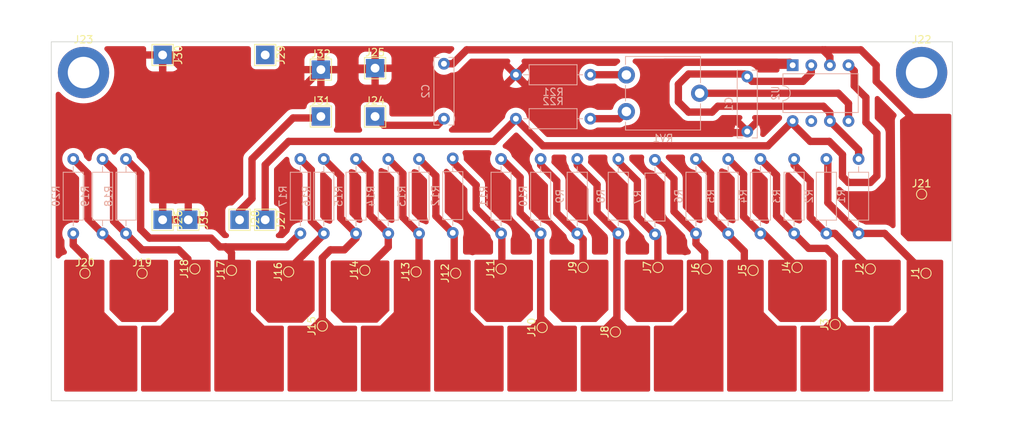
<source format=kicad_pcb>
(kicad_pcb (version 20221018) (generator pcbnew)

  (general
    (thickness 1.6)
  )

  (paper "A4")
  (layers
    (0 "F.Cu" signal)
    (31 "B.Cu" signal)
    (32 "B.Adhes" user "B.Adhesive")
    (33 "F.Adhes" user "F.Adhesive")
    (34 "B.Paste" user)
    (35 "F.Paste" user)
    (36 "B.SilkS" user "B.Silkscreen")
    (37 "F.SilkS" user "F.Silkscreen")
    (38 "B.Mask" user)
    (39 "F.Mask" user)
    (40 "Dwgs.User" user "User.Drawings")
    (41 "Cmts.User" user "User.Comments")
    (42 "Eco1.User" user "User.Eco1")
    (43 "Eco2.User" user "User.Eco2")
    (44 "Edge.Cuts" user)
    (45 "Margin" user)
    (46 "B.CrtYd" user "B.Courtyard")
    (47 "F.CrtYd" user "F.Courtyard")
    (48 "B.Fab" user)
    (49 "F.Fab" user)
    (50 "User.1" user)
    (51 "User.2" user)
    (52 "User.3" user)
    (53 "User.4" user)
    (54 "User.5" user)
    (55 "User.6" user)
    (56 "User.7" user)
    (57 "User.8" user)
    (58 "User.9" user)
  )

  (setup
    (stackup
      (layer "F.SilkS" (type "Top Silk Screen"))
      (layer "F.Paste" (type "Top Solder Paste"))
      (layer "F.Mask" (type "Top Solder Mask") (thickness 0.01))
      (layer "F.Cu" (type "copper") (thickness 0.035))
      (layer "dielectric 1" (type "core") (thickness 1.51) (material "FR4") (epsilon_r 4.5) (loss_tangent 0.02))
      (layer "B.Cu" (type "copper") (thickness 0.035))
      (layer "B.Mask" (type "Bottom Solder Mask") (thickness 0.01))
      (layer "B.Paste" (type "Bottom Solder Paste"))
      (layer "B.SilkS" (type "Bottom Silk Screen"))
      (copper_finish "None")
      (dielectric_constraints no)
    )
    (pad_to_mask_clearance 0)
    (aux_axis_origin 100 0)
    (pcbplotparams
      (layerselection 0x00010fc_ffffffff)
      (plot_on_all_layers_selection 0x0000000_00000000)
      (disableapertmacros false)
      (usegerberextensions false)
      (usegerberattributes true)
      (usegerberadvancedattributes true)
      (creategerberjobfile true)
      (dashed_line_dash_ratio 12.000000)
      (dashed_line_gap_ratio 3.000000)
      (svgprecision 4)
      (plotframeref false)
      (viasonmask false)
      (mode 1)
      (useauxorigin false)
      (hpglpennumber 1)
      (hpglpenspeed 20)
      (hpglpendiameter 15.000000)
      (dxfpolygonmode true)
      (dxfimperialunits true)
      (dxfusepcbnewfont true)
      (psnegative false)
      (psa4output false)
      (plotreference true)
      (plotvalue true)
      (plotinvisibletext false)
      (sketchpadsonfab false)
      (subtractmaskfromsilk false)
      (outputformat 1)
      (mirror false)
      (drillshape 1)
      (scaleselection 1)
      (outputdirectory "")
    )
  )

  (net 0 "")
  (net 1 "Net-(J1-Pin_1)")
  (net 2 "Net-(J2-Pin_1)")
  (net 3 "Net-(J3-Pin_1)")
  (net 4 "Net-(J4-Pin_1)")
  (net 5 "Net-(J5-Pin_1)")
  (net 6 "Net-(J6-Pin_1)")
  (net 7 "Net-(J7-Pin_1)")
  (net 8 "Net-(J8-Pin_1)")
  (net 9 "Net-(J9-Pin_1)")
  (net 10 "Net-(J10-Pin_1)")
  (net 11 "Net-(J11-Pin_1)")
  (net 12 "Net-(J12-Pin_1)")
  (net 13 "Net-(J13-Pin_1)")
  (net 14 "Net-(J14-Pin_1)")
  (net 15 "Net-(J15-Pin_1)")
  (net 16 "GND")
  (net 17 "VCC")
  (net 18 "Net-(U2-THR)")
  (net 19 "Net-(J16-Pin_1)")
  (net 20 "Net-(J17-Pin_1)")
  (net 21 "Net-(J18-Pin_1)")
  (net 22 "Net-(J19-Pin_1)")
  (net 23 "Net-(J20-Pin_1)")
  (net 24 "+BATT")
  (net 25 "Net-(U2-CV)")
  (net 26 "Net-(R21-Pad2)")
  (net 27 "Net-(R22-Pad1)")
  (net 28 "+5V")
  (net 29 "Net-(J21-Pin_1)")
  (net 30 "unconnected-(U2-DIS-Pad7)")
  (net 31 "Net-(J24-Pin_1)")
  (net 32 "unconnected-(J22-Pin_1-Pad1)")
  (net 33 "unconnected-(J23-Pin_1-Pad1)")

  (footprint "TestPoint:TestPoint_Pad_D1.0mm" (layer "F.Cu") (at 139.4 81 90))

  (footprint "TestPoint:TestPoint_Pad_D1.0mm" (layer "F.Cu") (at 132.8 80.8 90))

  (footprint "TestPoint:TestPoint_Pad_D1.0mm" (layer "F.Cu") (at 168.8 70.8))

  (footprint "TestPoint:TestPoint_Pad_D1.0mm" (layer "F.Cu") (at 87 88.8 90))

  (footprint "TestPoint:TestPoint_Pad_D1.0mm" (layer "F.Cu") (at 74.6 81.2 90))

  (footprint "TestPoint:TestPoint_Pad_D1.0mm" (layer "F.Cu") (at 169.4 81.6 90))

  (footprint "TestPoint:TestPoint_Pad_D1.0mm" (layer "F.Cu") (at 127 89.6 90))

  (footprint "TestPoint:TestPoint_THTPad_2.5x2.5mm_Drill1.2mm" (layer "F.Cu") (at 86.8 53.8))

  (footprint "TestPoint:TestPoint_THTPad_2.5x2.5mm_Drill1.2mm" (layer "F.Cu") (at 75.7 74.3 -90))

  (footprint "TestPoint:TestPoint_THTPad_2.5x2.5mm_Drill1.2mm" (layer "F.Cu") (at 94.2 60.2))

  (footprint "TestPoint:TestPoint_Pad_D1.0mm" (layer "F.Cu") (at 54.6 81.6))

  (footprint "TestPoint:TestPoint_THTPad_2.5x2.5mm_Drill1.2mm" (layer "F.Cu") (at 65.2 51.8 -90))

  (footprint "TestPoint:TestPoint_Pad_D1.0mm" (layer "F.Cu") (at 82.4 81.4 90))

  (footprint "TestPoint:TestPoint_Pad_D1.0mm" (layer "F.Cu") (at 92.8 81.2 90))

  (footprint "TestPoint:TestPoint_Pad_D1.0mm" (layer "F.Cu") (at 122.6 80.8 90))

  (footprint "TestPoint:TestPoint_THTPad_2.5x2.5mm_Drill1.2mm" (layer "F.Cu") (at 65.2 74.3 -90))

  (footprint "TestPoint:TestPoint_THTPad_2.5x2.5mm_Drill1.2mm" (layer "F.Cu") (at 94.2 53.6))

  (footprint "TestPoint:TestPoint_THTPad_2.5x2.5mm_Drill1.2mm" (layer "F.Cu") (at 79.2 74.3 -90))

  (footprint "TestPoint:TestPoint_Pad_D1.0mm" (layer "F.Cu") (at 105.2 81.6 90))

  (footprint "MountingHole:MountingHole_4.3mm_M4_ISO14580_Pad" (layer "F.Cu") (at 54.4 54.2))

  (footprint "TestPoint:TestPoint_THTPad_2.5x2.5mm_Drill1.2mm" (layer "F.Cu") (at 68.7 74.3 -90))

  (footprint "TestPoint:TestPoint_Pad_D1.0mm" (layer "F.Cu") (at 157 88.6 90))

  (footprint "MountingHole:MountingHole_4.3mm_M4_ISO14580_Pad" (layer "F.Cu") (at 168.8 54.2))

  (footprint "TestPoint:TestPoint_Pad_D1.0mm" (layer "F.Cu") (at 151.8 80.8 90))

  (footprint "TestPoint:TestPoint_Pad_D1.0mm" (layer "F.Cu") (at 145.8 81.2 90))

  (footprint "TestPoint:TestPoint_Pad_D1.0mm" (layer "F.Cu") (at 69.6 81 90))

  (footprint "TestPoint:TestPoint_Pad_D1.0mm" (layer "F.Cu") (at 99.8 81.4 90))

  (footprint "TestPoint:TestPoint_Pad_D1.0mm" (layer "F.Cu") (at 161.8 81 90))

  (footprint "TestPoint:TestPoint_Pad_D1.0mm" (layer "F.Cu") (at 62.4 81.6))

  (footprint "TestPoint:TestPoint_Pad_D1.0mm" (layer "F.Cu") (at 117 89 90))

  (footprint "TestPoint:TestPoint_Pad_D1.0mm" (layer "F.Cu") (at 111.4 81 90))

  (footprint "TestPoint:TestPoint_THTPad_2.5x2.5mm_Drill1.2mm" (layer "F.Cu") (at 79.2 51.8 -90))

  (footprint "TestPoint:TestPoint_THTPad_2.5x2.5mm_Drill1.2mm" (layer "F.Cu") (at 86.8 60.2))

  (footprint "Resistor_THT:R_Axial_DIN0207_L6.3mm_D2.5mm_P10.16mm_Horizontal" (layer "B.Cu") (at 151.4 66 -90))

  (footprint "Package_DIP:DIP-8_W7.62mm" (layer "B.Cu") (at 151.2 53.2 -90))

  (footprint "Capacitor_THT:C_Rect_L9.0mm_W2.5mm_P7.50mm_MKT" (layer "B.Cu") (at 145 54.75 -90))

  (footprint "Resistor_THT:R_Axial_DIN0207_L6.3mm_D2.5mm_P10.16mm_Horizontal" (layer "B.Cu") (at 57 66 -90))

  (footprint "Resistor_THT:R_Axial_DIN0207_L6.3mm_D2.5mm_P10.16mm_Horizontal" (layer "B.Cu") (at 104.8 65.92 -90))

  (footprint "Resistor_THT:R_Axial_DIN0207_L6.3mm_D2.5mm_P10.16mm_Horizontal" (layer "B.Cu") (at 160.2 66 -90))

  (footprint "Resistor_THT:R_Axial_DIN0207_L6.3mm_D2.5mm_P10.16mm_Horizontal" (layer "B.Cu") (at 100.2 66 -90))

  (footprint "Resistor_THT:R_Axial_DIN0207_L6.3mm_D2.5mm_P10.16mm_Horizontal" (layer "B.Cu") (at 91.6 66 -90))

  (footprint "Resistor_THT:R_Axial_DIN0207_L6.3mm_D2.5mm_P10.16mm_Horizontal" (layer "B.Cu") (at 138 66 -90))

  (footprint "Resistor_THT:R_Axial_DIN0207_L6.3mm_D2.5mm_P10.16mm_Horizontal" (layer "B.Cu") (at 53 66 -90))

  (footprint "Resistor_THT:R_Axial_DIN0207_L6.3mm_D2.5mm_P10.16mm_Horizontal" (layer "B.Cu") (at 146.8 66 -90))

  (footprint "Resistor_THT:R_Axial_DIN0207_L6.3mm_D2.5mm_P10.16mm_Horizontal" (layer "B.Cu") (at 142.4 66 -90))

  (footprint "Resistor_THT:R_Axial_DIN0207_L6.3mm_D2.5mm_P10.16mm_Horizontal" (layer "B.Cu") (at 84 66 -90))

  (footprint "Resistor_THT:R_Axial_DIN0207_L6.3mm_D2.5mm_P10.16mm_Horizontal" (layer "B.Cu") (at 113.42 54.5))

  (footprint "Resistor_THT:R_Axial_DIN0207_L6.3mm_D2.5mm_P10.16mm_Horizontal" (layer "B.Cu") (at 121.8 66 -90))

  (footprint "Resistor_THT:R_Axial_DIN0207_L6.3mm_D2.5mm_P10.16mm_Horizontal" (layer "B.Cu") (at 155.8 66 -90))

  (footprint "Resistor_THT:R_Axial_DIN0207_L6.3mm_D2.5mm_P10.16mm_Horizontal" (layer "B.Cu") (at 111.4 66 -90))

  (footprint "Resistor_THT:R_Axial_DIN0207_L6.3mm_D2.5mm_P10.16mm_Horizontal" (layer "B.Cu") (at 127.4 66 -90))

  (footprint "Capacitor_THT:C_Rect_L9.0mm_W2.5mm_P7.50mm_MKT" (layer "B.Cu") (at 103.6 53 -90))

  (footprint "Resistor_THT:R_Axial_DIN0207_L6.3mm_D2.5mm_P10.16mm_Horizontal" (layer "B.Cu") (at 87.2 66 -90))

  (footprint "Resistor_THT:R_Axial_DIN0207_L6.3mm_D2.5mm_P10.16mm_Horizontal" (layer "B.Cu") (at 60.2 66 -90))

  (footprint "Resistor_THT:R_Axial_DIN0207_L6.3mm_D2.5mm_P10.16mm_Horizontal" (layer "B.Cu") (at 96 66 -90))

  (footprint "Resistor_THT:R_Axial_DIN0207_L6.3mm_D2.5mm_P10.16mm_Horizontal" (layer "B.Cu") (at 132.4 66.12 -90))

  (footprint "Resistor_THT:R_Axial_DIN0207_L6.3mm_D2.5mm_P10.16mm_Horizontal" (layer "B.Cu") (at 116.8 66 -90))

  (footprint "Resistor_THT:R_Axial_DIN0207_L6.3mm_D2.5mm_P10.16mm_Horizontal" (layer "B.Cu") (at 123.58 60.5 180))

  (footprint "Potentiometer_THT:Potentiometer_ACP_CA9-V10_Vertical" (layer "B.Cu") (at 128.5 54.525))

  (gr_poly
    (pts
      (xy 122.5 97.5)
      (xy 131.5 97.5)
      (xy 131.5 89)
      (xy 128.5 89)
      (xy 127 87.5)
      (xy 125.5 89)
      (xy 122.5 89)
    )

    (stroke (width 0.5) (type solid)) (fill solid) (layer "F.Cu") (tstamp 07167e83-7ad9-40b7-8251-bc99b2116ea5))
  (gr_poly
    (pts
      (xy 152.5 97.5)
      (xy 161.5 97.5)
      (xy 161.5 89)
      (xy 158.5 89)
      (xy 157 87.5)
      (xy 155.5 89)
      (xy 152.5 89)
    )

    (stroke (width 0.5) (type solid)) (fill solid) (layer "F.Cu") (tstamp 1e0e9a3b-9736-4a2a-8a50-b131388fbd31))
  (gr_poly
    (pts
      (xy 72.5 97.5)
      (xy 81.5 97.5)
      (xy 81.5 89)
      (xy 79 89)
      (xy 77 87)
      (xy 77 80)
      (xy 72.5 80)
    )

    (stroke (width 0.5) (type solid)) (fill solid) (layer "F.Cu") (tstamp 24c016a5-7ab8-4e2e-bc01-54b4a8827c7a))
  (gr_poly
    (pts
      (xy 58.2 80)
      (xy 58.2 86.5)
      (xy 59.7 88)
      (xy 64.2 88)
      (xy 65.7 86.5)
      (xy 65.7 80)
    )

    (stroke (width 0.5) (type solid)) (fill solid) (layer "F.Cu") (tstamp 2fc85144-cc19-49ec-b1ee-07869dee6bf7))
  (gr_poly
    (pts
      (xy 78.2 80.1)
      (xy 78.2 86.6)
      (xy 79.7 88.1)
      (xy 84.2 88.1)
      (xy 85.7 86.6)
      (xy 85.7 80.1)
    )

    (stroke (width 0.5) (type solid)) (fill solid) (layer "F.Cu") (tstamp 3aa2ab51-d199-4893-a027-df4d5008c9b5))
  (gr_poly
    (pts
      (xy 141.5 97.5)
      (xy 132.5 97.5)
      (xy 132.5 89)
      (xy 135 89)
      (xy 137 87)
      (xy 137 80)
      (xy 141.5 80)
    )

    (stroke (width 0.5) (type solid)) (fill solid) (layer "F.Cu") (tstamp 3ee4d680-22d7-404b-9a2a-e6e5e83b7f3e))
  (gr_poly
    (pts
      (xy 142.5 97.5)
      (xy 151.5 97.5)
      (xy 151.5 89)
      (xy 149 89)
      (xy 147 87)
      (xy 147 80)
      (xy 142.5 80)
    )

    (stroke (width 0.5) (type solid)) (fill solid) (layer "F.Cu") (tstamp 4288f648-a136-405b-a3b4-f806c80efb36))
  (gr_poly
    (pts
      (xy 52 97.5)
      (xy 61.5 97.5)
      (xy 61.5 89)
      (xy 59 89)
      (xy 57 87)
      (xy 57 80)
      (xy 52 80)
    )

    (stroke (width 0.5) (type solid)) (fill solid) (layer "F.Cu") (tstamp 4d2e2d75-778c-47f6-bc9f-e066dccadf3f))
  (gr_poly
    (pts
      (xy 101.5 97.5)
      (xy 92.5 97.5)
      (xy 92.5 89)
      (xy 95 89)
      (xy 97 87)
      (xy 97 80)
      (xy 101.5 80)
    )

    (stroke (width 0.5) (type solid)) (fill solid) (layer "F.Cu") (tstamp 6b82fc0f-0fe2-49b2-a398-49af9dba57e5))
  (gr_poly
    (pts
      (xy 71.5 97.5)
      (xy 62.5 97.5)
      (xy 62.5 89)
      (xy 65 89)
      (xy 67 87)
      (xy 67 80)
      (xy 71.5 80)
    )

    (stroke (width 0.5) (type solid)) (fill solid) (layer "F.Cu") (tstamp 731d55bd-7cd1-4db3-8c42-ccf099990a9e))
  (gr_poly
    (pts
      (xy 88.4 80.1)
      (xy 88.4 86.6)
      (xy 89.9 88.1)
      (xy 94.4 88.1)
      (xy 95.9 86.6)
      (xy 95.9 80.1)
    )

    (stroke (width 0.5) (type solid)) (fill solid) (layer "F.Cu") (tstamp 87c6366c-130a-4700-b053-9f9393667f76))
  (gr_poly
    (pts
      (xy 172.6 60.081583)
      (xy 167 60.081583)
      (xy 166.1 60.781583)
      (xy 166.2 76.181583)
      (xy 167 76.981583)
      (xy 172.6 76.981583)
    )

    (stroke (width 0.5) (type solid)) (fill solid) (layer "F.Cu") (tstamp b78da4c2-39f7-44db-9998-6428d542c314))
  (gr_poly
    (pts
      (xy 112.5 97.5)
      (xy 121.5 97.5)
      (xy 121.5 89)
      (xy 118.5 89)
      (xy 117 87.5)
      (xy 115.5 89)
      (xy 112.5 89)
    )

    (stroke (width 0.5) (type solid)) (fill solid) (layer "F.Cu") (tstamp b9cefed9-3cda-4c8e-9b9f-0c308ca8edbe))
  (gr_poly
    (pts
      (xy 82.5 97.5)
      (xy 91.5 97.5)
      (xy 91.5 89)
      (xy 88.5 89)
      (xy 87 87.5)
      (xy 85.5 89)
      (xy 82.5 89)
    )

    (stroke (width 0.5) (type solid)) (fill solid) (layer "F.Cu") (tstamp be1ef3e9-b678-4d16-8221-591c91b71c0b))
  (gr_poly
    (pts
      (xy 128.5 80)
      (xy 128.5 86.5)
      (xy 130 88)
      (xy 134.5 88)
      (xy 136 86.5)
      (xy 136 80)
    )

    (stroke (width 0.5) (type solid)) (fill solid) (layer "F.Cu") (tstamp c6121dae-ab4e-4f04-98e3-7063c5eb0895))
  (gr_poly
    (pts
      (xy 118.3 80)
      (xy 118.3 86.5)
      (xy 119.8 88)
      (xy 124.3 88)
      (xy 125.8 86.5)
      (xy 125.8 80)
    )

    (stroke (width 0.5) (type solid)) (fill solid) (layer "F.Cu") (tstamp c983c8c3-0c68-46d1-af2b-b4eb555da47b))
  (gr_poly
    (pts
      (xy 171.5 97.5)
      (xy 162.5 97.5)
      (xy 162.5 89)
      (xy 165 89)
      (xy 167 87)
      (xy 167 80)
      (xy 171.5 80)
    )

    (stroke (width 0.5) (type solid)) (fill solid) (layer "F.Cu") (tstamp cfb82fa6-2540-437b-9589-9935ea48f317))
  (gr_poly
    (pts
      (xy 158.2 80)
      (xy 158.2 86.5)
      (xy 159.7 88)
      (xy 164.2 88)
      (xy 165.7 86.5)
      (xy 165.7 80)
    )

    (stroke (width 0.5) (type solid)) (fill solid) (layer "F.Cu") (tstamp d05615f9-70b7-4a56-851d-e49bb61ac3c7))
  (gr_poly
    (pts
      (xy 108 80)
      (xy 108 86.5)
      (xy 109.5 88)
      (xy 114 88)
      (xy 115.5 86.5)
      (xy 115.5 80)
    )

    (stroke (width 0.5) (type solid)) (fill solid) (layer "F.Cu") (tstamp e00a3a65-1b5c-4336-ae63-8c895c0c4ded))
  (gr_poly
    (pts
      (xy 102.5 97.5)
      (xy 111.5 97.5)
      (xy 111.5 89)
      (xy 109 89)
      (xy 107 87)
      (xy 107 80)
      (xy 102.5 80)
    )

    (stroke (width 0.5) (type solid)) (fill solid) (layer "F.Cu") (tstamp f140ba2e-6999-4313-8122-228565ba78dc))
  (gr_poly
    (pts
      (xy 148.1 80)
      (xy 148.1 86.5)
      (xy 149.6 88)
      (xy 154.1 88)
      (xy 155.6 86.5)
      (xy 155.6 80)
    )

    (stroke (width 0.5) (type solid)) (fill solid) (layer "F.Cu") (tstamp f1f517a9-b9d4-4319-8d22-79f0a22729f0))
  (gr_poly
    (pts
      (xy 52 79.5)
      (xy 52 98)
      (xy 172 98)
      (xy 172 79.5)
    )

    (stroke (width 0.15) (type solid)) (fill solid) (layer "F.Mask") (tstamp 27683fed-3660-4e46-a880-2a4448b946fb))
  (gr_rect (start 50 50) (end 173 99)
    (stroke (width 0.1) (type default)) (fill none) (layer "Edge.Cuts") (tstamp 61ea3cd1-2629-47bf-a461-ce5ae90ff05f))

  (segment (start 156 71.96) (end 160.2 76.16) (width 1) (layer "F.Cu") (net 1) (tstamp 2f77e693-a6c8-4239-95de-9e37ba1f0f16))
  (segment (start 163.76 76.16) (end 168.85 81.25) (width 1) (layer "F.Cu") (net 1) (tstamp 37008f20-d29d-4eea-b3f7-0243bd535734))
  (segment (start 160.2 76.16) (end 163.76 76.16) (width 1) (layer "F.Cu") (net 1) (tstamp 9adb748f-e405-4d4a-b2d2-a5e25ccc04f2))
  (segment (start 155.8 66) (end 156 66.2) (width 1) (layer "F.Cu") (net 1) (tstamp baaf2fae-4834-4129-8864-3d3a4c41e5c5))
  (segment (start 168.85 81.25) (end 169.4 81.25) (width 1) (layer "F.Cu") (net 1) (tstamp dfbab363-71a4-4c68-a6f4-d1c4c579d1fc))
  (segment (start 156 66.2) (end 156 71.96) (width 1) (layer "F.Cu") (net 1) (tstamp fc412830-5d6d-4b82-9e57-ecb923ae7340))
  (segment (start 161.8 81) (end 161.8 81.25) (width 1) (layer "F.Cu") (net 2) (tstamp 0f7c683f-0d84-42fd-9101-0cc8de24da0a))
  (segment (start 153.6 69) (end 153.6 73.96) (width 1) (layer "F.Cu") (net 2) (tstamp 25f06bf1-adef-4db8-8076-a8098f6ca80f))
  (segment (start 155.8 76.16) (end 156.96 76.16) (width 1) (layer "F.Cu") (net 2) (tstamp 4341f50c-e494-43f4-874b-8dca35f800f6))
  (segment (start 159.4 78.6) (end 161.8 81) (width 1) (layer "F.Cu") (net 2) (tstamp 438428a9-0c8d-4e93-87ef-622ba0d396b9))
  (segment (start 153.6 73.96) (end 155.8 76.16) (width 1) (layer "F.Cu") (net 2) (tstamp 59ac8151-14c4-4a9a-a005-977a346b70e0))
  (segment (start 151.4 66) (end 151.4 66.8) (width 1) (layer "F.Cu") (net 2) (tstamp 764231fd-b2eb-48bf-bdd0-a511744ef476))
  (segment (start 151.4 66.8) (end 153.6 69) (width 1) (layer "F.Cu") (net 2) (tstamp b0c4ac58-015a-46f9-93d3-848e097429c9))
  (segment (start 156.96 76.16) (end 159.4 78.6) (width 1) (layer "F.Cu") (net 2) (tstamp ec0d9c58-50bb-41bd-952c-704ad8fd9aa1))
  (segment (start 153.4 78.2) (end 155.8 78.2) (width 1) (layer "F.Cu") (net 3) (tstamp 1238fb6a-ee3e-403b-8408-6985aaea926a))
  (segment (start 151.4 76.16) (end 151.4 76.2) (width 1) (layer "F.Cu") (net 3) (tstamp 4240c817-26ea-4411-a39e-73ad9585ab9b))
  (segment (start 156.9 88.5) (end 157 88.6) (width 1) (layer "F.Cu") (net 3) (tstamp 4d253e8a-2676-4370-b4ae-9567ff6b4750))
  (segment (start 157 88.6) (end 157.333883 88.933883) (width 1) (layer "F.Cu") (net 3) (tstamp 4d274507-d54e-4c77-9ca3-cc3cc9ae98ee))
  (segment (start 156.9 79.3) (end 156.9 88.5) (width 1) (layer "F.Cu") (net 3) (tstamp 7bae85f9-a909-4b9e-ae4c-98163a65e055))
  (segment (start 155.8 78.2) (end 156.9 79.3) (width 1) (layer "F.Cu") (net 3) (tstamp 9acdc829-8d7f-42f5-a604-697c9ec034f8))
  (segment (start 149 73.76) (end 151.4 76.16) (width 1) (layer "F.Cu") (net 3) (tstamp c7d82b84-347e-47bc-b2ef-7d8492d229d7))
  (segment (start 146.8 66) (end 149 68.2) (width 1) (layer "F.Cu") (net 3) (tstamp d7976857-12c9-4e33-b30b-0fdb5250d685))
  (segment (start 151.4 76.2) (end 153.4 78.2) (width 1) (layer "F.Cu") (net 3) (tstamp ed5f4909-c30f-4faa-9bc3-6342be84b34f))
  (segment (start 149 68.2) (end 149 73.76) (width 1) (layer "F.Cu") (net 3) (tstamp eda4d859-74d8-4c34-a253-fa448a9bc44f))
  (segment (start 144.5 73.86) (end 146.8 76.16) (width 1) (layer "F.Cu") (net 4) (tstamp 13789e7c-343f-4b45-ad67-040f9c2f9527))
  (segment (start 142.4 66) (end 144.5 68.1) (width 1) (layer "F.Cu") (net 4) (tstamp 2d5b0767-18b5-44d1-91a1-34fa544cb740))
  (segment (start 151.8 80.75) (end 151.8 81.25) (width 1) (layer "F.Cu") (net 4) (tstamp 4003029c-4458-47d7-8bd3-0f525fba94ae))
  (segment (start 144.5 68.1) (end 144.5 73.86) (width 1) (layer "F.Cu") (net 4) (tstamp 7af9abfa-ec73-41c7-b266-76c9c130aa94))
  (segment (start 146.8 76.16) (end 147.21 76.16) (width 1) (layer "F.Cu") (net 4) (tstamp 7b9ab625-938a-468d-a79c-6b9d26e583e3))
  (segment (start 147.21 76.16) (end 151.8 80.75) (width 1) (layer "F.Cu") (net 4) (tstamp c7911c48-702b-4abe-a7e1-7ff48b976688))
  (segment (start 140 73.76) (end 142.4 76.16) (width 1) (layer "F.Cu") (net 5) (tstamp 00a992a0-98b5-44c8-b539-df130af9f587))
  (segment (start 140 68) (end 140 73.76) (width 1) (layer "F.Cu") (net 5) (tstamp 1e3b7327-2290-406f-a06a-9ecdf044b23d))
  (segment (start 144.6 80.05) (end 145.8 81.25) (width 1) (layer "F.Cu") (net 5) (tstamp 4bb439a1-a0b4-4487-8068-ed5ea7ae21b5))
  (segment (start 142.4 76.16) (end 142.4 76.4) (width 1) (layer "F.Cu") (net 5) (tstamp 70aea9de-a3e5-4718-b46e-94f9582d920b))
  (segment (start 142.4 76.4) (end 144.6 78.6) (width 1) (layer "F.Cu") (net 5) (tstamp 880b8b0f-7fe1-4897-b80d-4874112c7b01))
  (segment (start 138 66) (end 140 68) (width 1) (layer "F.Cu") (net 5) (tstamp 8fa377d8-b132-41e0-8651-370f764d727c))
  (segment (start 144.6 78.6) (end 144.6 80.05) (width 1) (layer "F.Cu") (net 5) (tstamp b75f22aa-aa19-47c6-a525-a0331e8e333e))
  (segment (start 138 77.55) (end 139.2 78.75) (width 1) (layer "F.Cu") (net 6) (tstamp 03878c15-ee89-440c-abec-d7544d58e5ed))
  (segment (start 138 76.16) (end 138 77.55) (width 1) (layer "F.Cu") (net 6) (tstamp 065f4c5e-e1f1-42ad-a6bb-a1e39c301ef2))
  (segment (start 132.4 66.12) (end 135 68.72) (width 1) (layer "F.Cu") (net 6) (tstamp 777a8d60-78e3-4950-a13e-2113f2221a39))
  (segment (start 139.2 78.75) (end 139.2 81.05) (width 1) (layer "F.Cu") (net 6) (tstamp 90875513-eba5-4945-904f-983f273f3871))
  (segment (start 135 68.72) (end 135 73.16) (width 1) (layer "F.Cu") (net 6) (tstamp bd374372-2e95-44c1-92d4-10984c412144))
  (segment (start 135 73.16) (end 138 76.16) (width 1) (layer "F.Cu") (net 6) (tstamp ee8cd6a8-aa0d-41a0-94fe-75e56d1199d4))
  (segment (start 139.2 81.05) (end 139.4 81.25) (width 1) (layer "F.Cu") (net 6) (tstamp f71616d0-61e7-413c-9f9f-0fa6f4f10e7a))
  (segment (start 127.4 66.4) (end 130 69) (width 1) (layer "F.Cu") (net 7) (tstamp 1f8afb72-c4ed-405e-a68b-3def04afc80a))
  (segment (start 132.8 76.68) (end 132.8 81.25) (width 1) (layer "F.Cu") (net 7) (tstamp 25e04935-d72e-49b5-affe-269e37579a81))
  (segment (start 127.4 66) (end 127.4 66.4) (width 1) (layer "F.Cu") (net 7) (tstamp 29fb38ec-2a1f-4c39-bda7-22ce1204b4b4))
  (segment (start 130 69) (end 130 73.88) (width 1) (layer "F.Cu") (net 7) (tstamp 97987cf1-33b3-4f31-a0e1-970e2c55c891))
  (segment (start 132.4 76.28) (end 132.8 76.68) (width 1) (layer "F.Cu") (net 7) (tstamp aea74553-6efc-457a-99bf-c9cbd285a444))
  (segment (start 130 73.88) (end 132.4 76.28) (width 1) (layer "F.Cu") (net 7) (tstamp cdba6d4f-0feb-4b35-8046-07947708c674))
  (segment (start 127.2 76.36) (end 127.2 89.067766) (width 1) (layer "F.Cu") (net 8) (tstamp 56b27b01-d60f-4a8d-929e-d27fa240098f))
  (segment (start 127.4 76.16) (end 127.2 76.36) (width 1) (layer "F.Cu") (net 8) (tstamp 79c2ba54-9ec8-4413-b800-d28608650ba1))
  (segment (start 124.5 69.5) (end 124.5 73.26) (width 1) (layer "F.Cu") (net 8) (tstamp 925f708e-88bf-4b73-9454-f411dbca45f6))
  (segment (start 127.2 89.067766) (end 126.833883 89.433883) (width 1) (layer "F.Cu") (net 8) (tstamp 9e516929-019c-48a6-a556-4f4abd686ab7))
  (segment (start 121.8 66.8) (end 124.5 69.5) (width 1) (layer "F.Cu") (net 8) (tstamp a1f1a1a9-c44d-4ffc-9fb3-909684e0c705))
  (segment (start 124.5 73.26) (end 127.4 76.16) (width 1) (layer "F.Cu") (net 8) (tstamp a8475cab-4973-4ade-a80b-a97593f27ffc))
  (segment (start 121.8 66) (end 121.8 66.8) (width 1) (layer "F.Cu") (net 8) (tstamp eb1af25e-5534-4b90-b3b5-5362a2c7f109))
  (segment (start 122.6 76.96) (end 122.6 81.25) (width 1) (layer "F.Cu") (net 9) (tstamp 337e95b1-8c4d-419f-a856-866e75c0786b))
  (segment (start 116.8 66) (end 116.8 66.8) (width 1) (layer "F.Cu") (net 9) (tstamp 664b5c81-2018-4c05-88c0-41b8f51c2707))
  (segment (start 119 73.36) (end 121.8 76.16) (width 1) (layer "F.Cu") (net 9) (tstamp 6e8e16b3-b346-45c8-846d-aa668aa456c6))
  (segment (start 119 69) (end 119 73.36) (width 1) (layer "F.Cu") (net 9) (tstamp 841ffa19-9bb1-4b4f-b62b-e22e83126983))
  (segment (start 116.8 66.8) (end 119 69) (width 1) (layer "F.Cu") (net 9) (tstamp 9cbd7012-4d31-4796-9e65-b5bbec813bfe))
  (segment (start 121.8 76.16) (end 122.6 76.96) (width 1) (layer "F.Cu") (net 9) (tstamp ba97f983-8ed2-4437-a75e-01c1625cca5a))
  (segment (start 116.8 76.16) (end 116.8 89.067766) (width 1) (layer "F.Cu") (net 10) (tstamp 13da22ec-997e-4972-b985-66ccc9beb99e))
  (segment (start 111.5 66) (end 114 68.5) (width 1) (layer "F.Cu") (net 10) (tstamp 3ec5069c-74d9-4aa1-a002-cb739c3cd5a9))
  (segment (start 114 73.36) (end 116.8 76.16) (width 1) (layer "F.Cu") (net 10) (tstamp 5e723f20-0524-4642-8291-b56d582fd03f))
  (segment (start 116.8 89.067766) (end 116.866117 89.133883) (width 1) (layer "F.Cu") (net 10) (tstamp 8456d3b2-87ac-4923-9102-6e36f4bbf0ce))
  (segment (start 111.4 66) (end 111.5 66) (width 1) (layer "F.Cu") (net 10) (tstamp 8e72fece-9e7d-4cfa-b3f2-1d0fdde55de7))
  (segment (start 114 68.5) (end 114 73.36) (width 1) (layer "F.Cu") (net 10) (tstamp e8259326-f454-42e6-b038-40f7b31de807))
  (segment (start 111.5 81.3) (end 111.2 81.6) (width 1) (layer "F.Cu") (net 11) (tstamp 4f00109d-280a-49cc-84cc-7d70835b529e))
  (segment (start 108 72.76) (end 111.4 76.16) (width 1) (layer "F.Cu") (net 11) (tstamp 61acdf8f-9d80-4942-9fe5-f3dd62b330ac))
  (segment (start 104.8 66.36) (end 108 69.56) (width 1) (layer "F.Cu") (net 11) (tstamp 7859620b-cd56-49da-b1be-b9bfa7d55a4f))
  (segment (start 104.8 65.92) (end 104.8 66.36) (width 1) (layer "F.Cu") (net 11) (tstamp 86f64588-ebee-4e92-a23c-7c92d34937f0))
  (segment (start 111.5 76.26) (end 111.5 81.3) (width 1) (layer "F.Cu") (net 11) (tstamp 9fec312f-2058-4409-a966-178e901027cf))
  (segment (start 111.2 81.6) (end 111.2 81.2) (width 1) (layer "F.Cu") (net 11) (tstamp b43c1baa-5e8d-43b2-bd2f-b267437ddca9))
  (segment (start 111.2 81.2) (end 111.4 81) (width 1) (layer "F.Cu") (net 11) (tstamp e8b86723-a45b-44e2-b3a2-bec46ea9b0f7))
  (segment (start 108 69.56) (end 108 72.76) (width 1) (layer "F.Cu") (net 11) (tstamp f54f4c7a-9340-4ceb-85eb-5746790312b9))
  (segment (start 102.5 73.78) (end 104.8 76.08) (width 1) (layer "F.Cu") (net 12) (tstamp 2032ce16-56f6-44dd-baa1-37b6b3135218))
  (segment (start 105 81.05) (end 105.2 81.25) (width 1) (layer "F.Cu") (net 12) (tstamp 38382776-6805-4747-ab7d-1990e0f6eaba))
  (segment (start 102.5 68.3) (end 102.5 73.78) (width 1) (layer "F.Cu") (net 12) (tstamp 8e37c541-ad1e-4dcf-8431-f0912f706f33))
  (segment (start 100.2 66) (end 102.5 68.3) (width 1) (layer "F.Cu") (net 12) (tstamp 96e9cd44-695d-48f3-acd4-fa64b4eb5933))
  (segment (start 104.8 76.08) (end 105 76.28) (width 1) (layer "F.Cu") (net 12) (tstamp efb9d89d-e324-48b3-9573-40a51cc898c6))
  (segment (start 105 76.28) (end 105 81.05) (width 1) (layer "F.Cu") (net 12) (tstamp f0c7cf40-c8d6-4187-beb9-3bc1174bf48d))
  (segment (start 98 73.96) (end 100.2 76.16) (width 1) (layer "F.Cu") (net 13) (tstamp 322449f3-5f2a-4486-97f0-dab484f2b11c))
  (segment (start 100.2 80.85) (end 99.8 81.25) (width 1) (layer "F.Cu") (net 13) (tstamp 53319202-298b-40a1-b5fc-5bcb570cbcfa))
  (segment (start 98 68) (end 98 73.96) (width 1) (layer "F.Cu") (net 13) (tstamp 5e894b64-9350-43d4-a26c-3ac736154b4f))
  (segment (start 100.2 76.16) (end 100.2 80.85) (width 1) (layer "F.Cu") (net 13) (tstamp ab43543f-52aa-4386-8c64-d8bf9cb48063))
  (segment (start 96 66) (end 98 68) (width 1) (layer "F.Cu") (net 13) (tstamp b4c847a0-346a-4671-916e-20ed6d42d12a))
  (segment (start 96 76.16) (end 96 78) (width 1) (layer "F.Cu") (net 14) (tstamp 32df6115-5fda-46c7-9e84-e232172b7a81))
  (segment (start 93 81) (end 93 82.2) (width 1) (layer "F.Cu") (net 14) (tstamp 33d8be3d-61ab-4e2c-925a-9f8c8dbc0861))
  (segment (start 91.6 66) (end 93.5 67.9) (width 1) (layer "F.Cu") (net 14) (tstamp 3b87dbf8-fde5-4ab3-ae94-8fd4de336aa7))
  (segment (start 93.5 67.9) (end 93.5 73.66) (width 1) (layer "F.Cu") (net 14) (tstamp 94c21589-8787-46fb-80b3-0b070d5ef215))
  (segment (start 93.5 73.66) (end 96 76.16) (width 1) (layer "F.Cu") (net 14) (tstamp b8f9f188-c1b4-42ed-9e4c-0de0663bac47))
  (segment (start 96 78) (end 93 81) (width 1) (layer "F.Cu") (net 14) (tstamp e9b20fcf-2f9c-4916-b523-2bc0ef007c3f))
  (segment (start 87 88.8) (end 86.766117 89.033883) (width 1) (layer "F.Cu") (net 15) (tstamp 023f7a73-55eb-470a-aec3-ab1b12d793eb))
  (segment (start 89.5 74.06) (end 91.6 76.16) (width 1) (layer "F.Cu") (net 15) (tstamp 05b01511-6f89-4f3d-8a51-7c5af160cbe8))
  (segment (start 91.6 76.8) (end 90 78.4) (width 1) (layer "F.Cu") (net 15) (tstamp 07f807b4-f53f-4a13-8fa4-1f161f71e4eb))
  (segment (start 89.5 68.3) (end 89.5 74.06) (width 1) (layer "F.Cu") (net 15) (tstamp 10492f6d-e7fb-4940-9fc1-335f888034dc))
  (segment (start 87.2 66) (end 89.5 68.3) (width 1) (layer "F.Cu") (net 15) (tstamp 1c1f8a98-2d16-4d11-85dd-f48626240813))
  (segment (start 87 79.5) (end 87 88.8) (width 1) (layer "F.Cu") (net 15) (tstamp 1f22d795-7600-4ca7-a86b-55f4fb2739fc))
  (segment (start 88.1 78.4) (end 87 79.5) (width 1) (layer "F.Cu") (net 15) (tstamp 3721eb41-b178-4d74-9ba3-77957c237672))
  (segment (start 90 78.4) (end 88.1 78.4) (width 1) (layer "F.Cu") (net 15) (tstamp a100d1d5-429c-48c6-9e9d-e54865e8257e))
  (segment (start 91.6 76.16) (end 91.6 76.8) (width 1) (layer "F.Cu") (net 15) (tstamp f95e9516-9424-4c1c-9df7-05d14f373c19))
  (segment (start 144.85 62.4) (end 145 62.25) (width 1) (layer "F.Cu") (net 16) (tstamp 01a44be0-976a-4d5b-9145-3a98cc803ebd))
  (segment (start 135.2 62.4) (end 144.85 62.4) (width 1) (layer "F.Cu") (net 16) (tstamp 06e9a61e-a6ef-4878-88a3-5aa871708e88))
  (segment (start 94.2 53.6) (end 97 53.6) (width 1) (layer "F.Cu") (net 16) (tstamp 0878d5db-3502-47ea-8134-f9ecfd0fd021))
  (segment (start 116 57.2) (end 131.8 57.2) (width 1) (layer "F.Cu") (net 16) (tstamp 0ef81901-06aa-48b1-8d37-6d9129eb945f))
  (segment (start 131.8 54.8) (end 133.8 52.8) (width 1) (layer "F.Cu") (net 16) (tstamp 16364bd0-84cf-40bc-927e-52c472e329c5))
  (segment (start 66 51.8) (end 70 55.8) (width 1) (layer "F.Cu") (net 16) (tstamp 25676c48-7f30-4e8f-b5bd-d23e83bbc8fd))
  (segment (start 113.42 54.62) (end 116 57.2) (width 1) (layer "F.Cu") (net 16) (tstamp 2ecf1b70-f49f-43bc-87be-d1848a9c9065))
  (segment (start 131.8 57.2) (end 131.8 54.8) (width 1) (layer "F.Cu") (net 16) (tstamp 2f6430ef-5ec0-446a-a2dd-9491efb5f66d))
  (segment (start 70 55.8) (end 84.8 55.8) (width 1) (layer "F.Cu") (net 16) (tstamp 361521fb-d079-45f0-a966-7362ec6343cd))
  (segment (start 84.8 55.8) (end 86.8 53.8) (width 1) (layer "F.Cu") (net 16) (tstamp 38ede5c5-8dda-415a-924a-ff0ec82822ad))
  (segment (start 133.8 52.8) (end 150.8 52.8) (width 1) (layer "F.Cu") (net 16) (tstamp 4e1cc65e-78d8-459b-b03b-0e7790b0dd6a))
  (segment (start 99.8 56.4) (end 111.52 56.4) (width 1) (layer "F.Cu") (net 16) (tstamp 4f35f3b1-da51-41ab-8649-6aa54c8773c1))
  (segment (start 68.7 74.3) (end 65.2 74.3) (width 1) (layer "F.Cu") (net 16) (tstamp 53e8170e-0295-477c-aa41-2654ef3492ea))
  (segment (start 65.2 51.8) (end 66 51.8) (width 1) (layer "F.Cu") (net 16) (tstamp 8a6f5ff4-0fa0-451b-99cc-76db0dc3b23f))
  (segment (start 65.2 74.3) (end 65.2 51.8) (width 1) (layer "F.Cu") (net 16) (tstamp 9ac39045-f86a-4ddb-b2e1-19f43dfe9eb5))
  (segment (start 94 53.8) (end 94.2 53.6) (width 1) (layer "F.Cu") (net 16) (tstamp a6324854-5067-43d1-a345-ed14f042d89c))
  (segment (start 150.8 52.8) (end 151.2 53.2) (width 1) (layer "F.Cu") (net 16) (tstamp abd17a70-a70e-405c-8377-48c690f6a65a))
  (segment (start 131.8 57.2) (end 131.8 59) (width 1) (layer "F.Cu") (net 16) (tstamp ad7e1861-ce2c-4af4-a4f5-3dde30d1032e))
  (segment (start 113.42 54.5) (end
... [131037 chars truncated]
</source>
